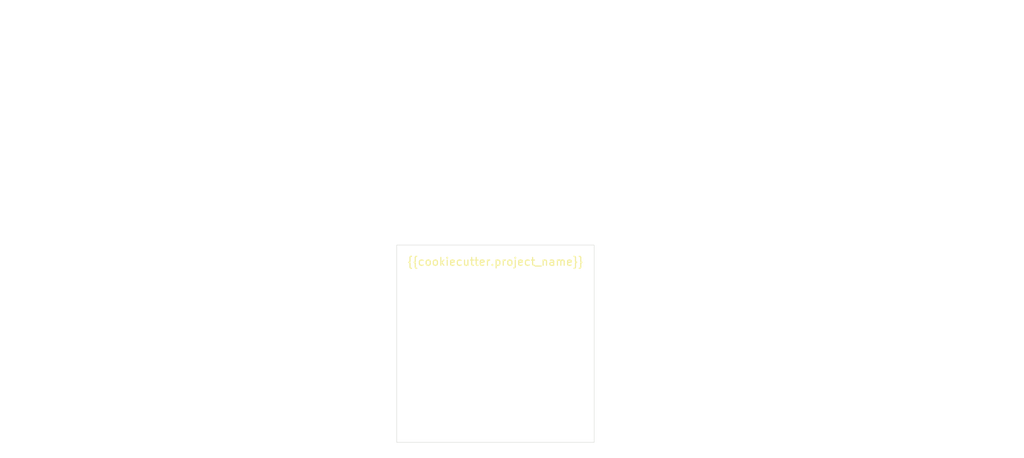
<source format=kicad_pcb>
(kicad_pcb (version 20221018) (generator pcbnew)

  (general
    (thickness 1.6)
  )

  (paper "A4")
  (title_block
    (title "{{cookiecutter.project_name}}")
    (date "{% now 'utc', '%Y-%m-%d' %}")
    (rev "A")
    (comment 1 "Author: {{cookiecutter.author_name}}")
    (comment 2 "Department: {{cookiecutter.department}}")
  )

  (layers
    (0 "F.Cu" signal)
    (1 "In1.Cu" power)
    (2 "In2.Cu" power)
    (31 "B.Cu" signal)
    (32 "B.Adhes" user "B.Adhesive")
    (33 "F.Adhes" user "F.Adhesive")
    (34 "B.Paste" user)
    (35 "F.Paste" user)
    (36 "B.SilkS" user "B.Silkscreen")
    (37 "F.SilkS" user "F.Silkscreen")
    (38 "B.Mask" user)
    (39 "F.Mask" user)
    (40 "Dwgs.User" user "User.Drawings")
    (41 "Cmts.User" user "User.Comments")
    (42 "Eco1.User" user "User.Eco1")
    (43 "Eco2.User" user "User.Eco2")
    (44 "Edge.Cuts" user)
    (45 "Margin" user)
    (46 "B.CrtYd" user "B.Courtyard")
    (47 "F.CrtYd" user "F.Courtyard")
    (48 "B.Fab" user)
    (49 "F.Fab" user)
    (50 "User.1" user)
    (51 "User.2" user)
    (52 "User.3" user)
    (53 "User.4" user)
    (54 "User.5" user)
    (55 "User.6" user)
    (56 "User.7" user)
    (57 "User.8" user)
    (58 "User.9" user)
  )

  (setup
    (stackup
      (layer "F.SilkS" (type "Top Silk Screen"))
      (layer "F.Paste" (type "Top Solder Paste"))
      (layer "F.Mask" (type "Top Solder Mask") (thickness 0.01))
      (layer "F.Cu" (type "copper") (thickness 0.035))
      (layer "dielectric 1" (type "prepreg") (thickness 0.1) (material "FR4") (epsilon_r 4.5) (loss_tangent 0.02))
      (layer "In1.Cu" (type "copper") (thickness 0.035))
      (layer "dielectric 2" (type "core") (thickness 1.24) (material "FR4") (epsilon_r 4.5) (loss_tangent 0.02))
      (layer "In2.Cu" (type "copper") (thickness 0.035))
      (layer "dielectric 3" (type "prepreg") (thickness 0.1) (material "FR4") (epsilon_r 4.5) (loss_tangent 0.02))
      (layer "B.Cu" (type "copper") (thickness 0.035))
      (layer "B.Mask" (type "Bottom Solder Mask") (thickness 0.01))
      (layer "B.Paste" (type "Bottom Solder Paste"))
      (layer "B.SilkS" (type "Bottom Silk Screen"))
      (copper_finish "ENIG")
      (dielectric_constraints no)
    )
    (pad_to_mask_clearance 0)
    (aux_axis_origin 120.39 127.49)
    (grid_origin 120.39 127.49)
    (pcbplotparams
      (layerselection 0x00010fc_ffffffff)
      (plot_on_all_layers_selection 0x0000000_00000000)
      (disableapertmacros false)
      (usegerberextensions false)
      (usegerberattributes true)
      (usegerberadvancedattributes true)
      (creategerberjobfile true)
      (dashed_line_dash_ratio 12.000000)
      (dashed_line_gap_ratio 3.000000)
      (svgprecision 4)
      (plotframeref false)
      (viasonmask false)
      (mode 1)
      (useauxorigin false)
      (hpglpennumber 1)
      (hpglpenspeed 20)
      (hpglpendiameter 15.000000)
      (dxfpolygonmode true)
      (dxfimperialunits true)
      (dxfusepcbnewfont true)
      (psnegative false)
      (psa4output false)
      (plotreference true)
      (plotvalue true)
      (plotinvisibletext false)
      (sketchpadsonfab false)
      (subtractmaskfromsilk false)
      (outputformat 1)
      (mirror false)
      (drillshape 1)
      (scaleselection 1)
      (outputdirectory "")
    )
  )

  (net 0 "")

  (gr_line (start 158.4 22.41) (end 279.207147 22.41)
    (stroke (width 0.1) (type default)) (layer "Dwgs.User") (tstamp 11e47f91-e984-4709-9708-e9456d47ef14))
  (gr_line (start 158.4 38.66) (end 279.207147 38.66)
    (stroke (width 0.1) (type default)) (layer "Dwgs.User") (tstamp 12ab112f-bca6-4575-9513-0aa3b0801e3e))
  (gr_line (start 158.4 25.66) (end 279.207147 25.66)
    (stroke (width 0.1) (type default)) (layer "Dwgs.User") (tstamp 1356a57a-0756-4234-ada4-64e996f90f84))
  (gr_line (start 214.307143 15.41) (end 214.307143 61.41)
    (stroke (width 0.1) (type default)) (layer "Dwgs.User") (tstamp 3310d36e-42c0-4c6b-b8fd-688c573d3c5a))
  (gr_line (start 158.4 15.41) (end 279.207147 15.41)
    (stroke (width 0.1) (type default)) (layer "Dwgs.User") (tstamp 559211e8-6976-4a83-9422-e86fa429ba30))
  (gr_line (start 158.4 15.41) (end 158.4 61.41)
    (stroke (width 0.1) (type default)) (layer "Dwgs.User") (tstamp 58c852f0-13c4-4cdc-983a-d32a5f35e89f))
  (gr_line (start 173.564285 15.41) (end 173.564285 61.41)
    (stroke (width 0.1) (type default)) (layer "Dwgs.User") (tstamp 5d7bc77d-99fd-4bbf-8d3d-096425b59b10))
  (gr_line (start 233.942858 15.41) (end 233.942858 61.41)
    (stroke (width 0.1) (type default)) (layer "Dwgs.User") (tstamp 7cb8c271-d413-427d-8fd7-2a84bdc4e85c))
  (gr_line (start 250.150002 15.41) (end 250.150002 61.41)
    (stroke (width 0.1) (type default)) (layer "Dwgs.User") (tstamp 7f85f417-aa57-4f2f-8203-136ffd0b3881))
  (gr_line (start 158.4 61.41) (end 279.207147 61.41)
    (stroke (width 0.1) (type default)) (layer "Dwgs.User") (tstamp 8018b5cb-cfec-42b0-a34f-8f07bf72f3d2))
  (gr_line (start 262.64286 15.41) (end 262.64286 61.41)
    (stroke (width 0.1) (type default)) (layer "Dwgs.User") (tstamp 805474ef-b285-4396-a1bf-1a919bfa8336))
  (gr_line (start 198.099999 15.41) (end 198.099999 61.41)
    (stroke (width 0.1) (type default)) (layer "Dwgs.User") (tstamp 83cb88bd-d18a-4802-9eae-809104f85f9f))
  (gr_line (start 158.4 54.91) (end 279.207147 54.91)
    (stroke (width 0.1) (type default)) (layer "Dwgs.User") (tstamp 87576382-2ff4-48ea-a527-f1b5aac087ce))
  (gr_line (start 279.207147 15.41) (end 279.207147 61.41)
    (stroke (width 0.1) (type default)) (layer "Dwgs.User") (tstamp aa87b459-cb29-41c3-9f1c-75abea3593f2))
  (gr_line (start 158.4 19.16) (end 279.207147 19.16)
    (stroke (width 0.1) (type default)) (layer "Dwgs.User") (tstamp afea13a1-3833-4c5c-8dfa-e4e7a82fbec0))
  (gr_line (start 158.4 35.41) (end 279.207147 35.41)
    (stroke (width 0.1) (type default)) (layer "Dwgs.User") (tstamp bc8cefbf-03f9-42a2-8053-deee15edf0af))
  (gr_line (start 158.4 45.16) (end 279.207147 45.16)
    (stroke (width 0.1) (type default)) (layer "Dwgs.User") (tstamp c05dff30-b62c-476d-95dc-ca0101b6ec0e))
  (gr_line (start 158.4 51.66) (end 279.207147 51.66)
    (stroke (width 0.1) (type default)) (layer "Dwgs.User") (tstamp ca40a8c7-f345-4628-8a19-8ac36856b77c))
  (gr_line (start 158.4 28.91) (end 279.207147 28.91)
    (stroke (width 0.1) (type default)) (layer "Dwgs.User") (tstamp d188c074-aa5d-484f-bfce-638a634cf2a9))
  (gr_line (start 158.4 48.41) (end 279.207147 48.41)
    (stroke (width 0.1) (type default)) (layer "Dwgs.User") (tstamp d2ffb954-78ae-4ab0-b1e1-ecc55abe0438))
  (gr_line (start 158.4 32.16) (end 279.207147 32.16)
    (stroke (width 0.1) (type default)) (layer "Dwgs.User") (tstamp e378d891-f788-43ce-9415-9c606c7d46d4))
  (gr_line (start 158.4 41.91) (end 279.207147 41.91)
    (stroke (width 0.1) (type default)) (layer "Dwgs.User") (tstamp e705b5d8-7fe0-4dc6-8cd8-8ab4224bfea2))
  (gr_line (start 158.4 58.16) (end 279.207147 58.16)
    (stroke (width 0.1) (type default)) (layer "Dwgs.User") (tstamp f7887df9-4395-4d44-8e6d-8ba0ceed5909))
  (gr_rect (start 120.39 77.49) (end 170.39 127.49)
    (stroke (width 0.1) (type default)) (fill none) (layer "Edge.Cuts") (tstamp f6314582-e09c-4fbe-a98a-92f438e64bf8))
  (gr_text "{{cookiecutter.project_name}}" (at 145.38 81.7) (layer "F.SilkS") (tstamp 155f5850-a40d-4f91-928a-5407cee52482)
    (effects (font (size 2 2) (thickness 0.3)))
  )
  (gr_text "Layer Name" (at 159.15 16.16) (layer "Dwgs.User") (tstamp 00c0ce08-ec6b-44d6-8b0d-65561d946290)
    (effects (font (size 1.5 1.5) (thickness 0.3)) (justify left top))
  )
  (gr_text "No" (at 109.971425 38.08) (layer "Dwgs.User") (tstamp 044ce7e7-9d72-4260-8a80-8f573c781f74)
    (effects (font (size 1.5 1.5) (thickness 0.2)) (justify left top))
  )
  (gr_text "" (at 234.692858 23.16) (layer "Dwgs.User") (tstamp 0474ec7b-a3d5-4603-8b32-78c8f8b753dd)
    (effects (font (size 1.5 1.5) (thickness 0.1)) (justify left top))
  )
  (gr_text "B.Paste" (at 159.15 55.66) (layer "Dwgs.User") (tstamp 0587cfd2-001d-403a-811b-c33f1fb6c0cd)
    (effects (font (size 1.5 1.5) (thickness 0.1)) (justify left top))
  )
  (gr_text "Not specified" (at 234.692858 39.41) (layer "Dwgs.User") (tstamp 0864332d-7694-46a4-937f-a85c24861ef5)
    (effects (font (size 1.5 1.5) (thickness 0.1)) (justify left top))
  )
  (gr_text "1" (at 250.900002 23.16) (layer "Dwgs.User") (tstamp 1187acf5-8597-4e25-8116-bd4078cdc4ba)
    (effects (font (size 1.5 1.5) (thickness 0.1)) (justify left top))
  )
  (gr_text "Not specified" (at 234.692858 19.91) (layer "Dwgs.User") (tstamp 11f38292-00ce-4ba7-94cb-47caccdf517c)
    (effects (font (size 1.5 1.5) (thickness 0.1)) (justify left top))
  )
  (gr_text "Not specified" (at 234.692858 58.91) (layer "Dwgs.User") (tstamp 123c2ddf-3ee6-4c4a-84b8-31356e5d4de5)
    (effects (font (size 1.5 1.5) (thickness 0.1)) (justify left top))
  )
  (gr_text "1" (at 250.900002 42.66) (layer "Dwgs.User") (tstamp 139745ff-7f1a-4373-b0e0-02e8893a4228)
    (effects (font (size 1.5 1.5) (thickness 0.1)) (justify left top))
  )
  (gr_text "B.Cu" (at 159.15 49.16) (layer "Dwgs.User") (tstamp 16ada92e-d4e5-408a-b6be-d6aef1b48fcc)
    (effects (font (size 1.5 1.5) (thickness 0.1)) (justify left top))
  )
  (gr_text "" (at 198.849999 49.16) (layer "Dwgs.User") (tstamp 1d4cff4e-098d-4818-abcf-5597575ae130)
    (effects (font (size 1.5 1.5) (thickness 0.1)) (justify left top))
  )
  (gr_text "Min track/spacing: " (at 20.7 31.08) (layer "Dwgs.User") (tstamp 1e15d615-6907-41ab-b25c-3a10f30dca9f)
    (effects (font (size 1.5 1.5) (thickness 0.2)) (justify left top))
  )
  (gr_text "0" (at 263.39286 23.16) (layer "Dwgs.User") (tstamp 1ede03d5-9520-4ccf-bfed-25c67bfeffd0)
    (effects (font (size 1.5 1.5) (thickness 0.1)) (justify left top))
  )
  (gr_text "copper" (at 174.314285 29.66) (layer "Dwgs.User") (tstamp 1f830424-20b6-4ee2-a51d-886805ddff5a)
    (effects (font (size 1.5 1.5) (thickness 0.1)) (justify left top))
  )
  (gr_text "F.Silkscreen" (at 159.15 19.91) (layer "Dwgs.User") (tstamp 203818b1-d236-40ef-8630-1eb036739fa5)
    (effects (font (size 1.5 1.5) (thickness 0.1)) (justify left top))
  )
  (gr_text "Dielectric 1" (at 159.15 32.91) (layer "Dwgs.User") (tstamp 2296217b-e302-408e-8306-c70975459098)
    (effects (font (size 1.5 1.5) (thickness 0.1)) (justify left top))
  )
  (gr_text "Not specified" (at 234.692858 52.41) (layer "Dwgs.User") (tstamp 23d626ad-a5fa-455e-b4d5-32edf7ca529a)
    (effects (font (size 1.5 1.5) (thickness 0.1)) (justify left top))
  )
  (gr_text "Top Silk Screen" (at 174.314285 19.91) (layer "Dwgs.User") (tstamp 2a157845-83d4-4e8e-a0ec-21db2e92e8a8)
    (effects (font (size 1.5 1.5) (thickness 0.1)) (justify left top))
  )
  (gr_text "F.Paste" (at 159.15 23.16) (layer "Dwgs.User") (tstamp 2a3c14c2-0145-471a-bd85-3175ab2f75ea)
    (effects (font (size 1.5 1.5) (thickness 0.1)) (justify left top))
  )
  (gr_text "" (at 198.849999 23.16) (layer "Dwgs.User") (tstamp 2c4fdaa6-5b20-44e6-97d7-2b58b30fb8e6)
    (effects (font (size 1.5 1.5) (thickness 0.1)) (justify left top))
  )
  (gr_text "0" (at 263.39286 58.91) (layer "Dwgs.User") (tstamp 312dceba-1199-4830-b980-b9c4c2cdbcc3)
    (effects (font (size 1.5 1.5) (thickness 0.1)) (justify left top))
  )
  (gr_text "Not specified" (at 198.849999 52.41) (layer "Dwgs.User") (tstamp 33632b28-9aa8-4f6c-b7db-0862e53d79c0)
    (effects (font (size 1.5 1.5) (thickness 0.1)) (justify left top))
  )
  (gr_text "1" (at 250.900002 19.91) (layer "Dwgs.User") (tstamp 359e811b-ca91-4d4a-9643-c57078c1ae02)
    (effects (font (size 1.5 1.5) (thickness 0.1)) (justify left top))
  )
  (gr_text "prepreg" (at 174.314285 32.91) (layer "Dwgs.User") (tstamp 35ddd140-b907-45b5-a81b-749ea8fa9c37)
    (effects (font (size 1.5 1.5) (thickness 0.1)) (justify left top))
  )
  (gr_text "Bottom Solder Mask" (at 174.314285 52.41) (layer "Dwgs.User") (tstamp 3760f6d8-0ed4-4531-8599-cc15d415ac84)
    (effects (font (size 1.5 1.5) (thickness 0.1)) (justify left top))
  )
  (gr_text "0" (at 263.39286 52.41) (layer "Dwgs.User") (tstamp 37b6a5e0-25de-40dc-bddf-86b14332af8d)
    (effects (font (size 1.5 1.5) (thickness 0.1)) (justify left top))
  )
  (gr_text "No" (at 52.528572 38.08) (layer "Dwgs.User") (tstamp 3ba9932e-9dac-4783-ad98-5e9716bf6efb)
    (effects (font (size 1.5 1.5) (thickness 0.2)) (justify left top))
  )
  (gr_text "Thickness (mm)" (at 215.057143 16.16) (layer "Dwgs.User") (tstamp 3d5d9870-89f4-4a49-9c13-a4f987ea0bbd)
    (effects (font (size 1.5 1.5) (thickness 0.3)) (justify left top))
  )
  (gr_text "Board Thickness: " (at 85.614282 24.08) (layer "Dwgs.User") (tstamp 3dbc0f88-801c-4d89-adf0-2f2034650938)
    (effects (font (size 1.5 1.5) (thickness 0.2)) (justify left top))
  )
  (gr_text "0,02" (at 263.39286 45.91) (layer "Dwgs.User") (tstamp 3ea1a960-dc9e-4efe-959c-8512b40c3de3)
    (effects (font (size 1.5 1.5) (thickness 0.1)) (justify left top))
  )
  (gr_text "" (at 234.692858 42.66) (layer "Dwgs.User") (tstamp 3ea38389-b9df-4579-b19e-fd2ec440d45a)
    (effects (font (size 1.5 1.5) (thickness 0.1)) (justify left top))
  )
  (gr_text "Not specified" (at 234.692858 26.41) (layer "Dwgs.User") (tstamp 3f7d39e7-63b4-40e5-9578-b7d76c14800c)
    (effects (font (size 1.5 1.5) (thickness 0.1)) (justify left top))
  )
  (gr_text "4,5" (at 250.900002 32.91) (layer "Dwgs.User") (tstamp 4399c36d-74fb-4f5d-b8b6-519dd5f754f6)
    (effects (font (size 1.5 1.5) (thickness 0.1)) (justify left top))
  )
  (gr_text "B.Silkscreen" (at 159.15 58.91) (layer "Dwgs.User") (tstamp 45d4c345-a1f3-4733-93c3-97968449685d)
    (effects (font (size 1.5 1.5) (thickness 0.1)) (justify left top))
  )
  (gr_text "ENIG" (at 52.528572 34.58) (layer "Dwgs.User") (tstamp 472074e4-a8f2-44be-a9cf-90879a0b73b4)
    (effects (font (size 1.5 1.5) (thickness 0.2)) (justify left top))
  )
  (gr_text "Material" (at 198.849999 16.16) (layer "Dwgs.User") (tstamp 4b01f5d3-24f5-47ef-ae33-3c557cb8045d)
    (effects (font (size 1.5 1.5) (thickness 0.3)) (justify left top))
  )
  (gr_text "0,035 mm" (at 215.057143 49.16) (layer "Dwgs.User") (tstamp 4b06e171-c5d6-4918-80d5-500c7a2c2765)
    (effects (font (size 1.5 1.5) (thickness 0.1)) (justify left top))
  )
  (gr_text "0,01 mm" (at 215.057143 52.41) (layer "Dwgs.User") (tstamp 4c416f7a-a1bc-43be-ad9b-0c1c16a60a59)
    (effects (font (size 1.5 1.5) (thickness 0.1)) (justify left top))
  )
  (gr_text "Epsilon R" (at 250.900002 16.16) (layer "Dwgs.User") (tstamp 4c491dcd-43bd-45d6-abc5-d1ecc3c06cb4)
    (effects (font (size 1.5 1.5) (thickness 0.3)) (justify left top))
  )
  (gr_text "Edge card connectors: " (at 20.7 41.58) (layer "Dwgs.User") (tstamp 4f8a80ce-a7c9-49cd-b3d5-950212e42557)
    (effects (font (size 1.5 1.5) (thickness 0.2)) (justify left top))
  )
  (gr_text "prepreg" (at 174.314285 45.91) (layer "Dwgs.User") (tstamp 5291bb52-a357-4da2-936d-e8c14d473d6b)
    (effects (font (size 1.5 1.5) (thickness 0.1)) (justify left top))
  )
  (gr_text "BOARD CHARACTERISTICS" (at 19.95 19.33) (layer "Dwgs.User") (tstamp 558a2f2d-4077-4517-a896-2dd20d4d3783)
    (effects (font (size 2 2) (thickness 0.4)) (justify left top))
  )
  (gr_text "Copper Layer Count: " (at 20.7 24.08) (layer "Dwgs.User") (tstamp 56a28c87-e8ed-430e-8805-236241967396)
    (effects (font (size 1.5 1.5) (thickness 0.2)) (justify left top))
  )
  (gr_text "" (at 234.692858 49.16) (layer "Dwgs.User") (tstamp 5761c049-2b83-4bb7-928c-612c986faf1a)
    (effects (font (size 1.5 1.5) (thickness 0.1)) (justify left top))
  )
  (gr_text "Not specified" (at 198.849999 19.91) (layer "Dwgs.User") (tstamp 58152780-df63-4bb6-8c49-d876cf6a6076)
    (effects (font (size 1.5 1.5) (thickness 0.1)) (justify left top))
  )
  (gr_text "FR4" (at 198.849999 39.41) (layer "Dwgs.User") (tstamp 5bde00bb-7db5-42d5-b724-0ff4d33a3806)
    (effects (font (size 1.5 1.5) (thickness 0.1)) (justify left top))
  )
  (gr_text "0 mm" (at 215.057143 55.66) (layer "Dwgs.User") (tstamp 5beb4ac1-a265-414c-95a4-2f566f0fbe9b)
    (effects (font (size 1.5 1.5) (thickness 0.1)) (justify left top))
  )
  (gr_text "1,24 mm" (at 215.057143 39.41) (layer "Dwgs.User") (tstamp 5ff8e1bd-8381-4ac7-b89a-9f0bdeb5af8c)
    (effects (font (size 1.5 1.5) (thickness 0.1)) (justify left top))
  )
  (gr_text "" (at 198.849999 36.16) (layer "Dwgs.User") (tstamp 60ba7264-4361-44e3-9069-33d6d19038a3)
    (effects (font (size 1.5 1.5) (thickness 0.1)) (justify left top))
  )
  (gr_text "B.Mask" (at 159.15 52.41) (layer "Dwgs.User") (tstamp 651d7f01-2cb2-4f24-be8b-63d200f4910c)
    (effects (font (size 1.5 1.5) (thickness 0.1)) (justify left top))
  )
  (gr_text "Plated Board Edge: " (at 85.614282 38.08) (layer "Dwgs.User") (tstamp 662171b4-1324-450c-a096-8f30e8f9cace)
    (effects (font (size 1.5 1.5) (thickness 0.2)) (justify left top))
  )
  (gr_text "FR4" (at 198.849999 32.91) (layer "Dwgs.User") (tstamp 66f86a65-5cd9-4240-b406-4712a53ef0a3)
    (effects (font (size 1.5 1.5) (thickness 0.1)) (justify left top))
  )
  (gr_text "core" (at 174.314285 39.41) (layer "Dwgs.User") (tstamp 680deb39-1e91-4820-a797-ad56b85c295d)
    (effects (font (size 1.5 1.5) (thickness 0.1)) (justify left top))
  )
  (gr_text "0,035 mm" (at 215.057143 29.66) (layer "Dwgs.User") (tstamp 6e036760-ddd7-45c7-8164-911d4a834cca)
    (effects (font (size 1.5 1.5) (thickness 0.1)) (justify left top))
  )
  (gr_text "copper" (at 174.314285 36.16) (layer "Dwgs.User") (tstamp 6e1c899f-0990-4f4c-8b44-928a599388a2)
    (effects (font (size 1.5 1.5) (thickness 0.1)) (justify left top))
  )
  (gr_text "0,2000 mm" (at 109.971425 31.08) (layer "Dwgs.User") (tstamp 72a00026-cca1-4cc1-827b-a6f0e762832e)
    (effects (font (size 1.5 1.5) (thickness 0.2)) (justify left top))
  )
  (gr_text "0,01 mm" (at 215.057143 26.41) (layer "Dwgs.User") (tstamp 7a652e22-d1ed-4235-9f71-9df5adf8f85f)
    (effects (font (size 1.5 1.5) (thickness 0.1)) (justify left top))
  )
  (gr_text "Not specified" (at 198.849999 26.41) (layer "Dwgs.User") (tstamp 7bc587f7-a5e0-44e2-9106-f72b826aac56)
    (effects (font (size 1.5 1.5) (thickness 0.1)) (justify left top))
  )
  (gr_text "Dielectric 2" (at 159.15 39.41) (layer "Dwgs.User") (tstamp 7be1ad31-f110-4259-a656-d292ac422016)
    (effects (font (size 1.5 1.5) (thickness 0.1)) (justify left top))
  )
  (gr_text "1" (at 250.900002 29.66) (layer "Dwgs.User") (tstamp 7f28ed05-72e5-4e6c-9df5-57de65a2bf7b)
    (effects (font (size 1.5 1.5) (thickness 0.1)) (justify left top))
  )
  (gr_text "0,02" (at 263.39286 32.91) (layer "Dwgs.User") (tstamp 7f850488-4daf-453a-8133-bc48a44e269c)
    (effects (font (size 1.5 1.5) (thickness 0.1)) (justify left top))
  )
  (gr_text "4,5" (at 250.900002 45.91) (layer "Dwgs.User") (tstamp 81a52a88-d2e3-4e98-a230-68d99f9f422f)
    (effects (font (size 1.5 1.5) (thickness 0.1)) (justify left top))
  )
  (gr_text "1,6000 mm" (at 109.971425 24.08) (layer "Dwgs.User") (tstamp 840d1919-5813-4632-9299-a1f936a1e396)
    (effects (font (size 1.5 1.5) (thickness 0.2)) (justify left top))
  )
  (gr_text "Not specified" (at 198.849999 58.91) (layer "Dwgs.User") (tstamp 84912b1d-4d13-48ce-908e-3e2c63b893cf)
    (effects (font (size 1.5 1.5) (thickness 0.1)) (justify left top))
  )
  (gr_text "0" (at 263.39286 55.66) (layer "Dwgs.User") (tstamp 84a3ec24-a264-4ddb-b36d-809791f7577c)
    (effects (font (size 1.5 1.5) (thickness 0.1)) (justify left top))
  )
  (gr_text "4" (at 52.528572 24.08) (layer "Dwgs.User") (tstamp 878b860e-d1a8-40b0-bb3e-c9c10a855c4d)
    (effects (font (size 1.5 1.5) (thickness 0.2)) (justify left top))
  )
  (gr_text "0" (at 263.39286 29.66) (layer "Dwgs.User") (tstamp 8ded0e11-0152-4337-b422-4146683c134c)
    (effects (font (size 1.5 1.5) (thickness 0.1)) (justify left top))
  )
  (gr_text "Type" (at 174.314285 16.16) (layer "Dwgs.User") (tstamp 8f134f67-c2c2-4322-9579-482c6c64fa2c)
    (effects (font (size 1.5 1.5) (thickness 0.3)) (justify left top))
  )
  (gr_text "0 mm" (at 215.057143 23.16) (layer "Dwgs.User") (tstamp 970ade54-efbe-4331-b445-061e816ed751)
    (effects (font (size 1.5 1.5) (thickness 0.1)) (justify left top))
  )
  (gr_text "Bottom Silk Screen" (at 174.314285 58.91) (layer "Dwgs.User") (tstamp 9ddef6ad-03d6-4116-9e8f-9ff296bc8b22)
    (effects (font (size 1.5 1.5) (thickness 0.1)) (justify left top))
  )
  (gr_text "0" (at 263.39286 19.91) (layer "Dwgs.User") (tstamp a19a02d8-5219-47c6-a186-918e3cce4596)
    (effects (font (size 1.5 1.5) (thickness 0.1)) (justify left top))
  )
  (gr_text "" (at 234.692858 36.16) (layer "Dwgs.User") (tstamp a503738d-f863-4995-ba61-c8ac3be3b941)
    (effects (font (size 1.5 1.5) (thickness 0.1)) (justify left top))
  )
  (gr_text "In1.Cu" (at 159.15 36.16) (layer "Dwgs.User") (tstamp a567a886-9ba6-4280-b24c-2de6297dd07a)
    (effects (font (size 1.5 1.5) (thickness 0.1)) (justify left top))
  )
  (gr_text "In2.Cu" (at 159.15 42.66) (layer "Dwgs.User") (tstamp a57acb4f-a5d0-42c1-9250-f061ca8ed03f)
    (effects (font (size 1.5 1.5) (thickness 0.1)) (justify left top))
  )
  (gr_text "0" (at 263.39286 42.66) (layer "Dwgs.User") (tstamp a60ca418-0f24-4c11-b167-9c31a6ecc4fc)
    (effects (font (size 1.5 1.5) (thickness 0.1)) (justify left top))
  )
  (gr_text "" (at 234.692858 29.66) (layer "Dwgs.User") (tstamp aae5d6d3-bd44-4e44-9215-4add4d321f3a)
    (effects (font (size 1.5 1.5) (thickness 0.1)) (justify left top))
  )
  (gr_text "0" (at 263.39286 26.41) (layer "Dwgs.User") (tstamp ad33f12b-1e61-422f-bfac-fcc600f74999)
    (effects (font (size 1.5 1.5) (thickness 0.1)) (justify left top))
  )
  (gr_text "F.Mask" (at 159.15 26.41) (layer "Dwgs.User") (tstamp ae1315c0-9189-4f06-81ea-1c83c0566538)
    (effects (font (size 1.5 1.5) (thickness 0.1)) (justify left top))
  )
  (gr_text "copper" (at 174.314285 42.66) (layer "Dwgs.User") (tstamp b168dadb-51a7-46e6-973c-73fd855b0596)
    (effects (font (size 1.5 1.5) (thickness 0.1)) (justify left top))
  )
  (gr_text "3,3" (at 250.900002 26.41) (layer "Dwgs.User") (tstamp b1c6b2ec-e1f9-4a3d-8fac-ef1181af4161)
    (effects (font (size 1.5 1.5) (thickness 0.1)) (justify left top))
  )
  (gr_text "3,3" (at 250.900002 52.41) (layer "Dwgs.User") (tstamp b2539f1e-2216-4e38-b168-40cbfd722a20)
    (effects (font (size 1.5 1.5) (thickness 0.1)) (justify left top))
  )
  (gr_text "0" (at 263.39286 49.16) (layer "Dwgs.User") (tstamp b6416c27-1f74-4ed3-894a-0c6c097e356a)
    (effects (font (size 1.5 1.5) (thickness 0.1)) (justify left top))
  )
  (gr_text "" (at 109.971425 27.58) (layer "Dwgs.User") (tstamp b7a7021e-98c2-4ac5-a2c2-0dcd27fbbfab)
    (effects (font (size 1.5 1.5) (thickness 0.2)) (justify left top))
  )
  (gr_text "0,035 mm" (at 215.057143 42.66) (layer "Dwgs.User") (tstamp b9ee1d50-8c23-4092-ac21-04a8eeba51d7)
    (effects (font (size 1.5 1.5) (thickness 0.1)) (justify left top))
  )
  (gr_text "" (at 234.692858 55.66) (layer "Dwgs.User") (tstamp bdf96fae-c41d-4166-89b7-1034b30e4a3e)
    (effects (font (size 1.5 1.5) (thickness 0.1)) (justify left top))
  )
  (gr_text "Not specified" (at 234.692858 32.91) (layer "Dwgs.User") (tstamp bf47e116-9337-42ea-adc4-2b37fc7d9764)
    (effects (font (size 1.5 1.5) (thickness 0.1)) (justify left top))
  )
  (gr_text "0,1 mm" (at 215.057143 32.91) (layer "Dwgs.User") (tstamp bfccad0b-66e1-476d-a2f5-29933135e930)
    (effects (font (size 1.5 1.5) (thickness 0.1)) (justify left top))
  )
  (gr_text "1" (at 250.900002 36.16) (layer "Dwgs.User") (tstamp c0151004-86a4-4f8d-afee-2a20cfead11f)
    (effects (font (size 1.5 1.5) (thickness 0.1)) (justify left top))
  )
  (gr_text "Copper Finish: " (at 20.7 34.58) (layer "Dwgs.User") (tstamp c0ac2d01-d102-4ab0-afd4-23456ccecd00)
    (effects (font (size 1.5 1.5) (thickness 0.2)) (justify left top))
  )
  (gr_text "Bottom Solder Paste" (at 174.314285 55.66) (layer "Dwgs.User") (tstamp c2304763-5e53-4f90-afe6-18919db2144a)
    (effects (font (size 1.5 1.5) (thickness 0.1)) (justify left top))
  )
  (gr_text "1" (at 250.900002 58.91) (layer "Dwgs.User") (tstamp c68366ea-9d10-4b38-9339-f98361c269db)
    (effects (font (size 1.5 1.5) (thickness 0.1)) (justify left top))
  )
  (gr_text "Yes" (at 109.971425 34.58) (layer "Dwgs.User") (tstamp c84a1273-0777-4d58-a06f-24904ef7370f)
    (effects (font (size 1.5 1.5) (thickness 0.2)) (justify left top))
  )
  (gr_text "0 mm" (at 215.057143 19.91) (layer "Dwgs.User") (tstamp c87f505c-bb7a-46e8-bee0-7becfcc0898d)
    (effects (font (size 1.5 1.5) (thickness 0.1)) (justify left top))
  )
  (gr_text "Min hole diameter: " (at 85.614282 31.08) (layer "Dwgs.User") (tstamp ca687b30-c7da-4208-8d27-95fd9ea3168c)
    (effects (font (size 1.5 1.5) (thickness 0.2)) (justify left top))
  )
  (gr_text "Loss Tangent" (at 263.39286 16.16) (layer "Dwgs.User") (tstamp cebe5107-8752-4358-ad01-0f6c35101503)
    (effects (font (size 1.5 1.5) (thickness 0.3)) (justify left top))
  )
  (gr_text "0 mm" (at 215.057143 58.91) (layer "Dwgs.User") (tstamp cf0d6776-405d-480d-958f-e7aa11c68bdd)
    (effects (font (size 1.5 1.5) (thickness 0.1)) (justify left top))
  )
  (gr_text "Color" (at 234.692858 16.16) (layer "Dwgs.User") (tstamp cf855dc5-f30f-46e2-aa3b-6d6fc8e349a2)
    (effects (font (size 1.5 1.5) (thickness 0.3)) (justify left top))
  )
  (gr_text "0,02" (at 263.39286 39.41) (layer "Dwgs.User") (tstamp cff301c8-8c0d-4538-8df4-716500e95c22)
    (effects (font (size 1.5 1.5) (thickness 0.1)) (justify left top))
  )
  (gr_text "Not specified" (at 234.692858 45.91) (layer "Dwgs.User") (tstamp d03b91b4-d48f-4660-b74f-fe1e826bf0e4)
    (effects (font (size 1.5 1.5) (thickness 0.1)) (justify left top))
  )
  (gr_text "0" (at 263.39286 36.16) (layer "Dwgs.User") (tstamp d092bdcd-b05f-4bbc-ae1c-0bcca493f384)
    (effects (font (size 1.5 1.5) (thickness 0.1)) (justify left top))
  )
  (gr_text "Impedance Control: " (at 85.614282 34.58) (layer "Dwgs.User") (tstamp d09bd9ac-dd31-4258-bf6a-39f202c422ca)
    (effects (font (size 1.5 1.5) (thickness 0.2)) (justify left top))
  )
  (gr_text "FR4" (at 198.849999 45.91) (layer "Dwgs.User") (tstamp d1b44916-e7bb-4db8-bb83-a6f340eabd67)
    (effects (font (size 1.5 1.5) (thickness 0.1)) (justify left top))
  )
  (gr_text "Top Solder Paste" (at 174.314285 23.16) (layer "Dwgs.User") (tstamp d43aa21d-d811-439f-a685-1e3b15636840)
    (effects (font (size 1.5 1.5) (thickness 0.1)) (justify left top))
  )
  (gr_text "Board overall dimensions: " (at 20.7 27.58) (layer "Dwgs.User") (tstamp d4d9bbd8-b7a7-4c54-834a-3fbe5448b553)
    (effects (font (size 1.5 1.5) (thickness 0.2)) (justify left top))
  )
  (gr_text "" (at 198.849999 42.66) (layer "Dwgs.User") (tstamp d4e16f36-7de1-44a1-abcb-bf4dfd415fbc)
    (effects (font (size 1.5 1.5) (thickness 0.1)) (justify left top))
  )
  (gr_text "50,0000 mm x 50,0000 mm" (at 52.528572 27.58) (layer "Dwgs.User") (tstamp d59d33a2-c663-4acb-8d3a-62c0a2974cdd)
    (effects (font (size 1.5 1.5) (thickness 0.2)) (justify left top))
  )
  (gr_text "0,1 mm" (at 215.057143 45.91) (layer "Dwgs.User") (tstamp da92893a-9151-4294-ab75-184a448d3b3d)
    (effects (font (size 1.5 1.5) (thickness 0.1)) (justify left top))
  )
  (gr_text "copper" (at 174.314285 49.16) (layer "Dwgs.User") (tstamp dc15a8b8-fa7d-4718-a07c-0e7aff439817)
    (effects (font (size 1.5 1.5) (thickness 0.1)) (justify left top))
  )
  (gr_text "1" (at 250.900002 49.16) (layer "Dwgs.User") (tstamp dc1f8375-8874-4fea-b99c-cd6ee3cdd0be)
    (effects (font (size 1.5 1.5) (thickness 0.1)) (justify left top))
  )
  (gr_text "Top Solder Mask" (at 174.314285 26.41) (layer "Dwgs.User") (tstamp dd0cd3bf-850b-49c5-be7a-937216e1c43f)
    (effects (font (size 1.5 1.5) (thickness 0.1)) (justify left top))
  )
  (gr_text "0,1270 mm / 0,2540 mm" (at 52.528572 31.08) (layer "Dwgs.User") (tstamp dd3ca765-1944-4cb2-9fef-7471c60aa0a0)
    (effects (font (size 1.5 1.5) (thickness 0.2)) (justify left top))
  )
  (gr_text "Dielectric 3" (at 159.15 45.91) (layer "Dwgs.User") (tstamp dda48c57-c24b-410a-8770-690ec4c4bf06)
    (effects (font (size 1.5 1.5) (thickness 0.1)) (justify left top))
  )
  (gr_text "4,5" (at 250.900002 39.41) (layer "Dwgs.User") (tstamp dfe68381-ab0a-498c-983f-387dc43fade1)
    (effects (font (size 1.5 1.5) (thickness 0.1)) (justify left top))
  )
  (gr_text "F.Cu" (at 159.15 29.66) (layer "Dwgs.User") (tstamp e173f55d-a88b-49d5-aef8-6fe1306c5681)
    (effects (font (size 1.5 1.5) (thickness 0.1)) (justify left top))
  )
  (gr_text "" (at 198.849999 29.66) (layer "Dwgs.User") (tstamp e4bb694a-c32e-45af-8e72-53329ccebc39)
    (effects (font (size 1.5 1.5) (thickness 0.1)) (justify left top))
  )
  (gr_text "" (at 198.849999 55.66) (layer "Dwgs.User") (tstamp e75be0b7-7792-47f5-9615-b492c4011fc8)
    (effects (font (size 1.5 1.5) (thickness 0.1)) (justify left top))
  )
  (gr_text "1" (at 250.900002 55.66) (layer "Dwgs.User") (tstamp e9b0fc31-3694-4525-93ac-d1f1595a1890)
    (effects (font (size 1.5 1.5) (thickness 0.1)) (justify left top))
  )
  (gr_text "Castellated pads: " (at 20.7 38.08) (layer "Dwgs.User") (tstamp ede06795-9c13-4992-b4e6-176c53cc5e10)
    (effects (font (size 1.5 1.5) (thickness 0.2)) (justify left top))
  )
  (gr_text "No" (at 52.528572 41.58) (layer "Dwgs.User") (tstamp ef4a60ff-1320-4561-8e3e-b539e8332085)
    (effects (font (size 1.5 1.5) (thickness 0.2)) (justify left top))
  )
  (gr_text "0,035 mm" (at 215.057143 36.16) (layer "Dwgs.User") (tstamp ef76d4b2-ec8b-4b34-8f00-158618884267)
    (effects (font (size 1.5 1.5) (thickness 0.1)) (justify left top))
  )
  (gr_text "" (at 85.614282 27.58) (layer "Dwgs.User") (tstamp f883cd64-8448-4e82-ad67-315645314a66)
    (effects (font (size 1.5 1.5) (thickness 0.2)) (justify left top))
  )
  (dimension (type aligned) (layer "Dwgs.User") (tstamp 69c40a30-28dd-482b-bb1b-5559ae39f2cb)
    (pts (xy 120.39 127.49) (xy 170.39 127.49))
    (height 3.359999)
    (gr_text "50,0000 mm" (at 145.39 130.249999) (layer "Dwgs.User") (tstamp 69c40a30-28dd-482b-bb1b-5559ae39f2cb)
      (effects (font (size 0.5 0.5) (thickness 0.1)))
    )
    (format (prefix "") (suffix "") (units 3) (units_format 1) (precision 4))
    (style (thickness 0.15) (arrow_length 1.27) (text_position_mode 0) (extension_height 0.58642) (extension_offset 0.5) keep_text_aligned)
  )
  (dimension (type aligned) (layer "Dwgs.User") (tstamp cceb7cc0-da91-4fd4-a9f4-60e13617bd8f)
    (pts (xy 170.39 127.49) (xy 170.39 77.49))
    (height 3.29)
    (gr_text "50,0000 mm" (at 173.08 102.49 90) (layer "Dwgs.User") (tstamp cceb7cc0-da91-4fd4-a9f4-60e13617bd8f)
      (effects (font (size 0.5 0.5) (thickness 0.1)))
    )
    (format (prefix "") (suffix "") (units 3) (units_format 1) (precision 4))
    (style (thickness 0.15) (arrow_length 1.27) (text_position_mode 0) (extension_height 0.58642) (extension_offset 0.5) keep_text_aligned)
  )

  (group "group-boardStackUp" (id 1aebf505-a9b4-4279-9a2a-563a7d5e3f5e)
    (members
      00c0ce08-ec6b-44d6-8b0d-65561d946290
      0474ec7b-a3d5-4603-8b32-78c8f8b753dd
      0587cfd2-001d-403a-811b-c33f1fb6c0cd
      0864332d-7694-46a4-937f-a85c24861ef5
      1187acf5-8597-4e25-8116-bd4078cdc4ba
      11e47f91-e984-4709-9708-e9456d47ef14
      11f38292-00ce-4ba7-94cb-47caccdf517c
      123c2ddf-3ee6-4c4a-84b8-31356e5d4de5
      12ab112f-bca6-4575-9513-0aa3b0801e3e
      1356a57a-0756-4234-ada4-64e996f90f84
      139745ff-7f1a-4373-b0e0-02e8893a4228
      16ada92e-d4e5-408a-b6be-d6aef1b48fcc
      1d4cff4e-098d-4818-abcf-5597575ae130
      1ede03d5-9520-4ccf-bfed-25c67bfeffd0
      1f830424-20b6-4ee2-a51d-886805ddff5a
      203818b1-d236-40ef-8630-1eb036739fa5
      2296217b-e302-408e-8306-c70975459098
      23d626ad-a5fa-455e-b4d5-32edf7ca529a
      2a157845-83d4-4e8e-a0ec-21db2e92e8a8
      2a3c14c2-0145-471a-bd85-3175ab2f75ea
      2c4fdaa6-5b20-44e6-97d7-2b58b30fb8e6
      312dceba-1199-4830-b980-b9c4c2cdbcc3
      3310d36e-42c0-4c6b-b8fd-688c573d3c5a
      33632b28-9aa8-4f6c-b7db-0862e53d79c0
      359e811b-ca91-4d4a-9643-c57078c1ae02
      35ddd140-b907-45b5-a81b-749ea8fa9c37
      3760f6d8-0ed4-4531-8599-cc15d415ac84
      37b6a5e0-25de-40dc-bddf-86b14332af8d
      3d5d9870-89f4-4a49-9c13-a4f987ea0bbd
      3ea1a960-dc9e-4efe-959c-8512b40c3de3
      3ea38389-b9df-4579-b19e-fd2ec440d45a
      3f7d39e7-63b4-40e5-9578-b7d76c14800c
      4399c36d-74fb-4f5d-b8b6-519dd5f754f6
      45d4c345-a1f3-4733-93c3-97968449685d
      4b01f5d3-24f5-47ef-ae33-3c557cb8045d
      4b06e171-c5d6-4918-80d5-500c7a2c2765
      4c416f7a-a1bc-43be-ad9b-0c1c16a60a59
      4c491dcd-43bd-45d6-abc5-d1ecc3c06cb4
      5291bb52-a357-4da2-936d-e8c14d473d6b
      559211e8-6976-4a83-9422-e86fa429ba30
      5761c049-2b83-4bb7-928c-612c986faf1a
      58152780-df63-4bb6-8c49-d876cf6a6076
      58c852f0-13c4-4cdc-983a-d32a5f35e89f
      5bde00bb-7db5-42d5-b724-0ff4d33a3806
      5beb4ac1-a265-414c-95a4-2f566f0fbe9b
      5d7bc77d-99fd-4bbf-8d3d-096425b59b10
      5ff8e1bd-8381-4ac7-b89a-9f0bdeb5af8c
      60ba7264-4361-44e3-9069-33d6d19038a3
      651d7f01-2cb2-4f24-be8b-63d200f4910c
      66f86a65-5cd9-4240-b406-4712a53ef0a3
      680deb39-1e91-4820-a797-ad56b85c295d
      6e036760-ddd7-45c7-8164-911d4a834cca
      6e1c899f-0990-4f4c-8b44-928a599388a2
      7a652e22-d1ed-4235-9f71-9df5adf8f85f
      7bc587f7-a5e0-44e2-9106-f72b826aac56
      7be1ad31-f110-4259-a656-d292ac422016
      7cb8c271-d413-427d-8fd7-2a84bdc4e85c
      7f28ed05-72e5-4e6c-9df5-57de65a2bf7b
      7f850488-4daf-453a-8133-bc48a44e269c
      7f85f417-aa57-4f2f-8203-136ffd0b3881
      8018b5cb-cfec-42b0-a34f-8f07bf72f3d2
      805474ef-b285-4396-a1bf-1a919bfa8336
      81a52a88-d2e3-4e98-a230-68d99f9f422f
      83cb88bd-d18a-4802-9eae-809104f85f9f
      84912b1d-4d13-48ce-908e-3e2c63b893cf
      84a3ec24-a264-4ddb-b36d-809791f7577c
      87576382-2ff4-48ea-a527-f1b5aac087ce
      8ded0e11-0152-4337-b422-4146683c134c
      8f134f67-c2c2-4322-9579-482c6c64fa2c
      970ade54-efbe-4331-b445-061e816ed751
      9ddef6ad-03d6-4116-9e8f-9ff296bc8b22
      a19a02d8-5219-47c6-a186-918e3cce4596
      a503738d-f863-4995-ba61-c8ac3be3b941
      a567a886-9ba6-4280-b24c-2de6297dd07a
      a57acb4f-a5d0-42c1-9250-f061ca8ed03f
      a60ca418-0f24-4c11-b167-9c31a6ecc4fc
      aa87b459-cb29-41c3-9f1c-75abea3593f2
      aae5d6d3-bd44-4e44-9215-4add4d321f3a
      ad33f12b-1e61-422f-bfac-fcc600f74999
      ae1315c0-9189-4f06-81ea-1c83c0566538
      afea13a1-3833-4c5c-8dfa-e4e7a82fbec0
      b168dadb-51a7-46e6-973c-73fd855b0596
      b1c6b2ec-e1f9-4a3d-8fac-ef1181af4161
      b2539f1e-2216-4e38-b168-40cbfd722a20
      b6416c27-1f74-4ed3-894a-0c6c097e356a
      b9ee1d50-8c23-4092-ac21-04a8eeba51d7
      bc8cefbf-03f9-42a2-8053-deee15edf0af
      bdf96fae-c41d-4166-89b7-1034b30e4a3e
      bf47e116-9337-42ea-adc4-2b37fc7d9764
      bfccad0b-66e1-476d-a2f5-29933135e930
      c0151004-86a4-4f8d-afee-2a20cfead11f
      c05dff30-b62c-476d-95dc-ca0101b6ec0e
      c2304763-5e53-4f90-afe6-18919db2144a
      c68366ea-9d10-4b38-9339-f98361c269db
      c87f505c-bb7a-46e8-bee0-7becfcc0898d
      ca40a8c7-f345-4628-8a19-8ac36856b77c
      cebe5107-8752-4358-ad01-0f6c35101503
      cf0d6776-405d-480d-958f-e7aa11c68bdd
      cf855dc5-f30f-46e2-aa3b-6d6fc8e349a2
      cff301c8-8c0d-4538-8df4-716500e95c22
      d03b91b4-d48f-4660-b74f-fe1e826bf0e4
      d092bdcd-b05f-4bbc-ae1c-0bcca493f384
      d188c074-aa5d-484f-bfce-638a634cf2a9
      d1b44916-e7bb-4db8-bb83-a6f340eabd67
      d2ffb954-78ae-4ab0-b1e1-ecc55abe0438
      d43aa21d-d811-439f-a685-1e3b15636840
      d4e16f36-7de1-44a1-abcb-bf4dfd415fbc
      da92893a-9151-4294-ab75-184a448d3b3d
      dc15a8b8-fa7d-4718-a07c-0e7aff439817
      dc1f8375-8874-4fea-b99c-cd6ee3cdd0be
      dd0cd3bf-850b-49c5-be7a-937216e1c43f
      dda48c57-c24b-410a-8770-690ec4c4bf06
      dfe68381-ab0a-498c-983f-387dc43fade1
      e173f55d-a88b-49d5-aef8-6fe1306c5681
      e378d891-f788-43ce-9415-9c606c7d46d4
      e4bb694a-c32e-45af-8e72-53329ccebc39
      e705b5d8-7fe0-4dc6-8cd8-8ab4224bfea2
      e75be0b7-7792-47f5-9615-b492c4011fc8
      e9b0fc31-3694-4525-93ac-d1f1595a1890
      ef76d4b2-ec8b-4b34-8f00-158618884267
      f7887df9-4395-4d44-8e6d-8ba0ceed5909
    )
  )
  (group "group-boardCharacteristics" (id b5caea5d-0f7f-4037-97de-32f4a478c004)
    (members
      044ce7e7-9d72-4260-8a80-8f573c781f74
      1e15d615-6907-41ab-b25c-3a10f30dca9f
      3ba9932e-9dac-4783-ad98-5e9716bf6efb
      3dbc0f88-801c-4d89-adf0-2f2034650938
      472074e4-a8f2-44be-a9cf-90879a0b73b4
      4f8a80ce-a7c9-49cd-b3d5-950212e42557
      558a2f2d-4077-4517-a896-2dd20d4d3783
      56a28c87-e8ed-430e-8805-236241967396
      662171b4-1324-450c-a096-8f30e8f9cace
      72a00026-cca1-4cc1-827b-a6f0e762832e
      840d1919-5813-4632-9299-a1f936a1e396
      878b860e-d1a8-40b0-bb3e-c9c10a855c4d
      b7a7021e-98c2-4ac5-a2c2-0dcd27fbbfab
      c0ac2d01-d102-4ab0-afd4-23456ccecd00
      c84a1273-0777-4d58-a06f-24904ef7370f
      ca687b30-c7da-4208-8d27-95fd9ea3168c
      d09bd9ac-dd31-4258-bf6a-39f202c422ca
      d4d9bbd8-b7a7-4c54-834a-3fbe5448b553
      d59d33a2-c663-4acb-8d3a-62c0a2974cdd
      dd3ca765-1944-4cb2-9fef-7471c60aa0a0
      ede06795-9c13-4992-b4e6-176c53cc5e10
      ef4a60ff-1320-4561-8e3e-b539e8332085
      f883cd64-8448-4e82-ad67-315645314a66
    )
  )
)

</source>
